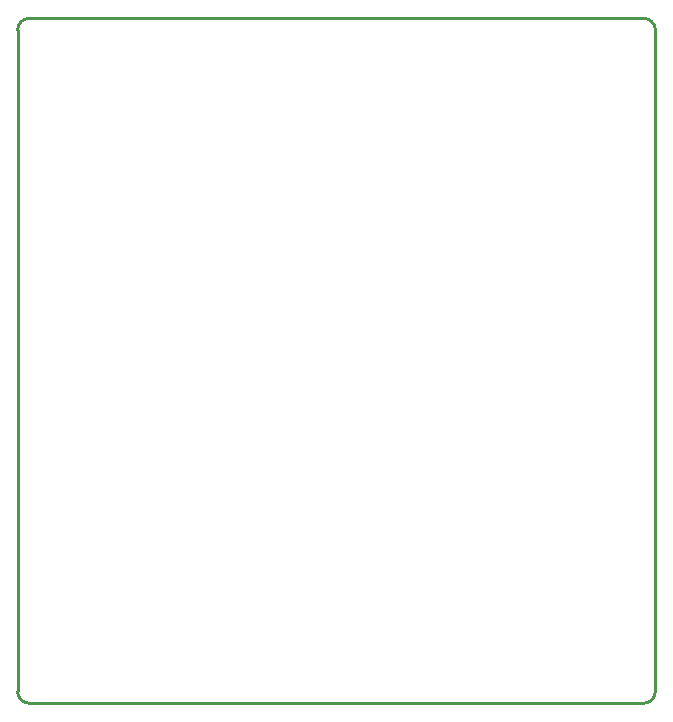
<source format=gko>
G04 Layer_Color=16711935*
%FSLAX44Y44*%
%MOMM*%
G71*
G01*
G75*
%ADD23C,0.2540*%
D23*
X535000Y10000D02*
G03*
X545000Y20000I0J10000D01*
G01*
X5000D02*
G03*
X15000Y10000I10000J0D01*
G01*
X545000Y580000D02*
G03*
X535000Y590000I-10000J0D01*
G01*
X15000D02*
G03*
X5000Y580000I0J-10000D01*
G01*
X15000Y10000D02*
X535000D01*
X545000Y20000D02*
Y580000D01*
X5000Y20000D02*
Y580000D01*
X15000Y590000D02*
X535000D01*
M02*

</source>
